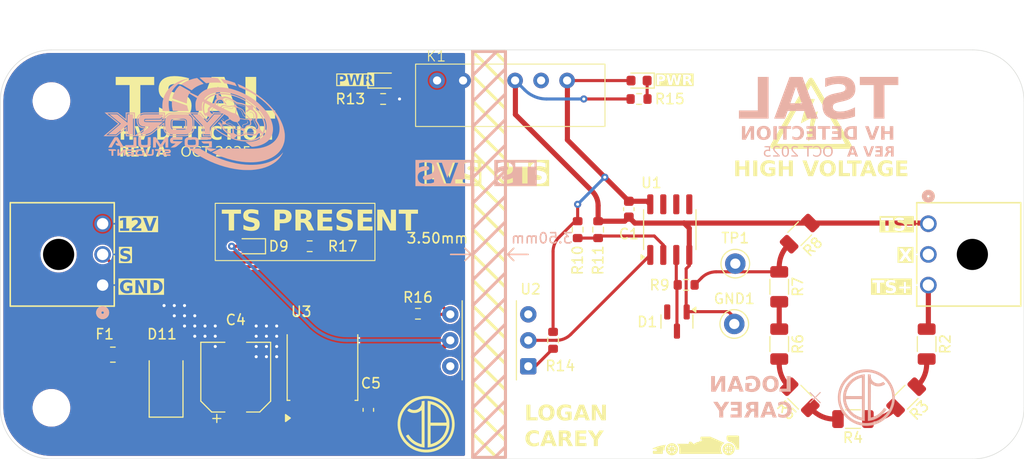
<source format=kicad_pcb>
(kicad_pcb (version 20241229) (generator "pcbnew") (generator_version "9.0")
  (layers (0 "F.Cu" signal) (2 "B.Cu" signal) (5 "F.SilkS" user "F.Silkscreen") (7 "B.SilkS" user "B.Silkscreen") (1 "F.Mask" user) (3 "B.Mask" user) (25 "Edge.Cuts" user))
  (property "PCB_DATE" "OCT 2025")
  (property "REVISION" "A")
  (net 0 "")
  (net 1 "+12VA")
  (net 2 "HV-")
  (net 3 "GND")
  (net 4 "Net-(D11-K)")
  (net 5 "+5V")
  (net 7 "Net-(D1-K)")
  (net 8 "+12V")
  (net 9 "Net-(D7-K)")
  (net 10 "Net-(D11-A)")
  (net 11 "60V_Detect")
  (net 13 "HV+")
  (net 14 "Net-(R2-Pad2)")
  (net 15 "Net-(R3-Pad2)")
  (net 16 "Net-(R4-Pad2)")
  (net 17 "Net-(R5-Pad2)")
  (net 18 "Net-(R6-Pad1)")
  (net 19 "Net-(R7-Pad1)")
  (net 20 "Net-(U1A--)")
  (net 21 "Net-(R14-Pad1)")
  (net 22 "Net-(U1-Pad1)")
  (net 26 "Net-(D8-K)")
  (net 27 "Net-(D9-K)")
  (footprint "MyLibrary:SPU01M-12" (layer "F.Cu") (at 173.75 50.37)
    (property "Reference" "K1")
    (property "Value" "SPU01M-12")
  )
  (footprint "Resistor_SMD:R_0603_1608Metric" (layer "F.Cu") (at 163.4 59.8)
    (property "Reference" "R13")
    (property "Value" "10k")
  )
  (footprint "Diode_SMD:D_SMA" (layer "F.Cu") (at 142.2 87.4 90)
    (property "Reference" "D11")
    (property "Value" "SS34")
  )
  (footprint "LED_SMD:LED_0603_1608Metric" (layer "F.Cu") (at 188.4 58 180)
    (property "Reference" "D8" (hide yes))
    (property "Value" "LED_Small")
  )
  (footprint "Resistor_SMD:R_1206_3216Metric" (layer "F.Cu") (at 202.091044 78.165856 -90)
    (property "Reference" "R7")
    (property "Value" "750K")
  )
  (footprint "Resistor_SMD:R_1206_3216Metric" (layer "F.Cu") (at 202.091044 83.765856 -90)
    (property "Reference" "R6")
    (property "Value" "750K")
  )
  (footprint "Package_TO_SOT_SMD:SOT-23" (layer "F.Cu") (at 192.1 81.562499 -90)
    (property "Reference" "D1")
    (property "Value" "BZX84Cxx")
  )
  (footprint "TestPoint:TestPoint_Keystone_5000-5004_Miniature" (layer "F.Cu") (at 197.8 75.9)
    (property "Reference" "TP1")
    (property "Value" "TestPoint")
  )
  (footprint "Resistor_SMD:R_0603_1608Metric" (layer "F.Cu") (at 180 83.4 90)
    (property "Reference" "R14")
    (property "Value" "1k")
  )
  (footprint "MountingHole:MountingHole_3.2mm_M3" (layer "F.Cu") (at 131 60)
    (property "Reference" "H1" (hide yes))
    (property "Value" "MountingHole")
  )
  (footprint "Resistor_SMD:R_1206_3216Metric" (layer "F.Cu") (at 214.491044 88.965856 -135)
    (property "Reference" "R3")
    (property "Value" "750K")
  )
  (footprint "Resistor_SMD:R_0603_1608Metric" (layer "F.Cu") (at 192.999999 77.975 180)
    (property "Reference" "R9")
    (property "Value" "4.8k")
  )
  (footprint "LED_SMD:LED_0603_1608Metric" (layer "F.Cu") (at 150.425 74.2 180)
    (property "Reference" "D9")
    (property "Value" "LED_Small")
  )
  (footprint "LOGO" (layer "F.Cu") (at 205.2 61.2)
    (property "Reference" "G***" (hide yes))
    (property "Value" "LOGO" (hide yes))
  )
  (footprint "LED_SMD:LED_0603_1608Metric" (layer "F.Cu") (at 163.4 58)
    (property "Reference" "D7" (hide yes))
    (property "Value" "LED_Small")
  )
  (footprint "Capacitor_SMD:C_0603_1608Metric" (layer "F.Cu") (at 187.399998 70.575 90)
    (property "Reference" "C1")
    (property "Value" "1u")
  )
  (footprint "Resistor_SMD:R_0603_1608Metric" (layer "F.Cu") (at 188.4 59.8 180)
    (property "Reference" "R15")
    (property "Value" "10k")
  )
  (footprint "Resistor_SMD:R_0603_1608Metric" (layer "F.Cu") (at 184.4 72.575 90)
    (property "Reference" "R11")
    (property "Value" "R")
  )
  (footprint "MyLibrary:MolexMicrofitPlus1x3" (layer "F.Cu") (at 136 78 -90)
    (property "Reference" "J3" (hide yes))
    (property "Value" "Conn_01x03_Socket")
  )
  (footprint "Capacitor_SMD:CP_Elec_6.3x5.4" (layer "F.Cu") (at 149 87 90)
    (property "Reference" "C4")
    (property "Value" "10u")
  )
  (footprint "Resistor_SMD:R_0805_2012Metric" (layer "F.Cu") (at 137 84.8)
    (property "Reference" "F1")
    (property "Value" "Polyfuse")
  )
  (footprint "Resistor_SMD:R_0603_1608Metric" (layer "F.Cu") (at 182.4 72.575 -90)
    (property "Reference" "R10")
    (property "Value" "R")
  )
  (footprint "Package_SO:SOIC-8_3.9x4.9mm_P1.27mm" (layer "F.Cu") (at 191.399999 72.575 90)
    (property "Reference" "U1")
    (property "Value" "LM393")
  )
  (footprint "Resistor_SMD:R_0603_1608Metric" (layer "F.Cu") (at 156.225 74.2)
    (property "Reference" "R17")
    (property "Value" "10k")
  )
  (footprint "Resistor_SMD:R_1206_3216Metric" (layer "F.Cu") (at 216.491044 83.765856 -90)
    (property "Reference" "R2")
    (property "Value" "750K")
  )
  (footprint "Resistor_SMD:R_1206_3216Metric" (layer "F.Cu") (at 204.091044 88.965856 135)
    (property "Reference" "R5")
    (property "Value" "750K")
  )
  (footprint "MyLibrary:Logo" (layer "F.Cu") (at 167.6 91.6)
    (property "Reference" "G***" (hide yes))
    (property "Value" "LOGO" (hide yes))
  )
  (footprint "TestPoint:TestPoint_Keystone_5000-5004_Miniature" (layer "F.Cu") (at 197.7 81.8)
    (property "Reference" "GND1")
    (property "Value" "TestPoint")
  )
  (footprint "MyLibrary:MolexMicrofitPlus1x3" (layer "F.Cu") (at 216.6569 72 90)
    (property "Reference" "J4" (hide yes))
    (property "Value" "Conn_01x03_Socket")
  )
  (footprint "MountingHole:MountingHole_3.2mm_M3" (layer "F.Cu") (at 131 90)
    (property "Reference" "H2" (hide yes))
    (property "Value" "MountingHole")
  )
  (footprint "Resistor_SMD:R_1206_3216Metric" (layer "F.Cu") (at 209.291044 91.1 180)
    (property "Reference" "R4")
    (property "Value" "750K")
  )
  (footprint "MountingHole:MountingHole_3.2mm_M3" (layer "F.Cu") (at 221 90)
    (property "Reference" "H4" (hide yes))
    (property "Value" "MountingHole")
  )
  (footprint "Package_DIP:DIP-6_W7.62mm" (layer "F.Cu") (at 177.58 85.94 180)
    (property "Reference" "U2")
    (property "Value" "4N35")
  )
  (footprint "Resistor_SMD:R_1206_3216Metric" (layer "F.Cu") (at 204.091044 72.965856 -135)
    (property "Reference" "R8")
    (property "Value" "110k")
  )
  (footprint "Resistor_SMD:R_0603_1608Metric" (layer "F.Cu") (at 166.8 80.8 180)
    (property "Reference" "R16")
    (property "Value" "10k")
  )
  (footprint "Package_TO_SOT_SMD:TO-252-2" (layer "F.Cu") (at 157.475 85.96 90)
    (property "Reference" "U3")
    (property "Value" "TPS7B88-Q1")
  )
  (footprint "Capacitor_SMD:C_0603_1608Metric" (layer "F.Cu") (at 161.954999 90.2 90)
    (property "Reference" "C5")
    (property "Value" "1u")
  )
  (footprint "MountingHole:MountingHole_3.2mm_M3" (layer "F.Cu") (at 221 60)
    (property "Reference" "H3" (hide yes))
    (property "Value" "MountingHole")
  )
  (footprint "LOGO" (layer "B.Cu") (at 145 62.2 180)
    (property "Reference" "G***" (hide yes))
    (property "Value" "LOGO" (hide yes))
  )
  (footprint "MyLibrary:Logo" (layer "B.Cu") (at 210.6 89 180)
    (property "Reference" "G***" (hide yes))
    (property "Value" "LOGO" (hide yes))
  )
  (gr_line (start 172.15 65.002322) (end 175.35 68.197678) (stroke (width 0.3)) (layer "F.SilkS"))
  (gr_line (start 172.15 77.502322) (end 175.35 80.697678) (stroke (width 0.3)) (layer "F.SilkS"))
  (gr_line (start 172.1 84.998294) (end 175.3 88.19365) (stroke (width 0.3)) (layer "F.SilkS"))
  (gr_poly (pts (xy 197.175547 93.460793) (xy 197.205465 93.463065) (xy 197.234946 93.466806) (xy 197.263955 93.47198) (xy 197.292453 93.47855) (xy 197.320405 93.486478) (xy 197.347773 93.495729) (xy 197.37452 93.506264) (xy 197.40061 93.518048) (xy 197.426005 93.531042) (xy 197.450668 93.545211) (xy 197.474564 93.560518) (xy 197.497654 93.576925) (xy 197.519901 93.594396) (xy 197.54127 93.612894) (xy 197.561722 93.632381) (xy 197.581222 93.652822) (xy 197.599732 93.674178) (xy 197.617214 93.696414) (xy 197.633633 93.719492) (xy 197.648952 93.743376) (xy 197.663133 93.768028) (xy 197.676139 93.793412) (xy 197.687933 93.81949) (xy 197.69848 93.846226) (xy 197.707741 93.873584) (xy 197.71568 93.901525) (xy 197.722259 93.930013) (xy 197.727443 93.959012) (xy 197.731193 93.988484) (xy 197.733474 94.018393) (xy 197.734248 94.048701) (xy 197.734205 94.055027) (xy 197.734078 94.061338) (xy 197.733872 94.067635) (xy 197.733594 94.073919) (xy 197.732837 94.086451) (xy 197.731847 94.098943) (xy 197.728777 94.127025) (xy 197.724411 94.154695) (xy 197.71878 94.181922) (xy 197.711916 94.208675) (xy 197.703849 94.234921) (xy 197.69461 94.260629) (xy 197.684232 94.285769) (xy 197.672744 94.310308) (xy 197.660179 94.334215) (xy 197.646566 94.357458) (xy 197.631939 94.380007) (xy 197.616327 94.401829) (xy 197.599762 94.422894) (xy 197.582275 94.443169) (xy 197.563897 94.462623) (xy 197.54466 94.481226) (xy 197.524594 94.498944) (xy 197.503732 94.515748) (xy 197.482103 94.531604) (xy 197.459739 94.546483) (xy 197.436671 94.560352) (xy 197.412931 94.573181) (xy 197.38855 94.584937) (xy 197.363558 94.595589) (xy 197.337988 94.605105) (xy 197.31187 94.613455) (xy 197.285235 94.620607) (xy 197.258114 94.626529) (xy 197.23054 94.631189) (xy 197.202542 94.634557) (xy 197.174152 94.636601) (xy 197.145402 94.637289) (xy 197.117445 94.636637) (xy 197.089826 94.634699) (xy 197.062575 94.631504) (xy 197.03572 94.627081) (xy 197.009289 94.62146) (xy 196.983313 94.614669) (xy 196.957819 94.606738) (xy 196.932837 94.597695) (xy 196.908396 94.587569) (xy 196.884524 94.57639) (xy 196.86125 94.564186) (xy 196.838604 94.550986) (xy 196.816613 94.536821) (xy 196.795308 94.521717) (xy 196.774716 94.505705) (xy 196.754868 94.488813) (xy 196.735791 94.471071) (xy 196.717514 94.452508) (xy 196.700067 94.433152) (xy 196.683478 94.413032) (xy 196.667776 94.392178) (xy 196.65299 94.370619) (xy 196.63915 94.348383) (xy 196.63653 94.343724) (xy 196.923686 94.343724) (xy 196.932957 94.350483) (xy 196.942439 94.356961) (xy 196.952127 94.363153) (xy 196.962016 94.36905) (xy 196.972099 94.374646) (xy 196.982372 94.379935) (xy 196.992829 94.384909) (xy 197.003464 94.389561) (xy 197.014272 94.393885) (xy 197.025248 94.397873) (xy 197.036385 94.401519) (xy 197.047678 94.404816) (xy 197.059122 94.407756) (xy 197.070711 94.410334) (xy 197.08244 94.412541) (xy 197.094303 94.414372) (xy 197.094389 94.414372) (xy 197.094389 94.244611) (xy 197.196244 94.244611) (xy 197.196244 94.414372) (xy 197.208153 94.412543) (xy 197.219922 94.410341) (xy 197.231546 94.407771) (xy 197.243021 94.40484) (xy 197.254342 94.401554) (xy 197.265504 94.397919) (xy 197.276501 94.393941) (xy 197.28733 94.389626) (xy 197.297985 94.38498) (xy 197.308461 94.380011) (xy 197.318754 94.374723) (xy 197.328858 94.369122) (xy 197.338769 94.363216) (xy 197.348481 94.357011) (xy 197.35799 94.350511) (xy 197.367291 94.343724) (xy 197.247601 94.223692) (xy 197.241537 94.227073) (xy 197.235369 94.230216) (xy 197.229098 94.233129) (xy 197.222727 94.235823) (xy 197.216254 94.238309) (xy 197.209682 94.240595) (xy 197.203012 94.242693) (xy 197.196244 94.244611) (xy 197.094389 94.244611) (xy 197.087696 94.242746) (xy 197.081065 94.240685) (xy 197.074511 94.238425) (xy 197.068046 94.235963) (xy 197.061687 94.233295) (xy 197.055446 94.23042) (xy 197.049337 94.227334) (xy 197.043376 94.224034) (xy 196.923686 94.343724) (xy 196.63653 94.343724) (xy 196.626283 94.3255) (xy 196.614419 94.301998) (xy 196.603586 94.277907) (xy 196.593814 94.253255) (xy 196.585132 94.228072) (xy 196.577567 94.202387) (xy 196.57115 94.176228) (xy 196.565909 94.149625) (xy 196.561872 94.122607) (xy 196.560709 94.11352) (xy 196.559668 94.104392) (xy 196.559289 94.100572) (xy 196.779389 94.100572) (xy 196.781267 94.112486) (xy 196.78352 94.124271) (xy 196.786142 94.135921) (xy 196.789127 94.147428) (xy 196.792468 94.158786) (xy 196.796159 94.16999) (xy 196.800193 94.181031) (xy 196.804564 94.191904) (xy 196.809265 94.202603) (xy 196.814291 94.21312) (xy 196.819634 94.223449) (xy 196.825289 94.233583) (xy 196.831249 94.243517) (xy 196.837507 94.253244) (xy 196.844058 94.262756) (xy 196.850894 94.272048) (xy 196.971269 94.151843) (xy 196.971171 94.151672) (xy 197.319621 94.151672) (xy 197.440339 94.27239) (xy 197.447161 94.263095) (xy 197.453671 94.253572) (xy 197.459866 94.243828) (xy 197.465744 94.233873) (xy 197.471303 94.223712) (xy 197.47654 94.213354) (xy 197.481452 94.202806) (xy 197.486037 94.192076) (xy 197.490293 94.181171) (xy 197.494217 94.170098) (xy 197.497806 94.158866) (xy 197.501058 94.147481) (xy 197.50397 94.135952) (xy 197.50654 94.124286) (xy 197.508765 94.11249) (xy 197.510644 94.100572) (xy 197.34157 94.100572) (xy 197.340619 94.103995) (xy 197.3396 94.107385) (xy 197.338516 94.110742) (xy 197.337369 94.114066) (xy 197.334896 94.120621) (xy 197.332203 94.127054) (xy 197.329309 94.133371) (xy 197.326234 94.139576) (xy 197.322998 94.145675) (xy 197.319621 94.151672) (xy 196.971171 94.151672) (xy 196.967816 94.145807) (xy 196.964592 94.139661) (xy 196.961594 94.133406) (xy 196.958816 94.127044) (xy 196.956255 94.120578) (xy 196.953908 94.114009) (xy 196.951769 94.10734) (xy 196.949835 94.100572) (xy 196.779389 94.100572) (xy 196.559289 94.100572) (xy 196.558759 94.095221) (xy 196.557993 94.086008) (xy 196.55738 94.07675) (xy 196.556929 94.067447) (xy 196.556652 94.058098) (xy 196.556557 94.048701) (xy 196.557323 94.018386) (xy 196.558825 93.998631) (xy 196.779818 93.998631) (xy 196.949235 93.998631) (xy 196.951098 93.991795) (xy 196.95321 93.985052) (xy 196.955561 93.978405) (xy 196.958141 93.971859) (xy 196.960943 93.965417) (xy 196.963957 93.959084) (xy 196.967173 93.952864) (xy 196.970536 93.946845) (xy 197.320221 93.946845) (xy 197.323624 93.952921) (xy 197.326823 93.959122) (xy 197.329812 93.965443) (xy 197.332589 93.97188) (xy 197.335148 93.978431) (xy 197.337487 93.985089) (xy 197.3396 93.991853) (xy 197.341484 93.998716) (xy 197.341484 93.998802) (xy 197.51073 93.998802) (xy 197.508921 93.986815) (xy 197.506745 93.974972) (xy 197.504206 93.963276) (xy 197.501309 93.951733) (xy 197.498059 93.940348) (xy 197.494459 93.929124) (xy 197.490515 93.918067) (xy 197.48623 93.907181) (xy 197.48161 93.89647) (xy 197.476659 93.885941) (xy 197.471382 93.875596) (xy 197.465782 93.865441) (xy 197.459865 93.855481) (xy 197.453635 93.845719) (xy 197.447096 93.836162) (xy 197.440254 93.826812) (xy 197.320221 93.946845) (xy 196.970536 93.946845) (xy 196.970584 93.94676) (xy 196.850466 93.826727) (xy 196.843637 93.83609) (xy 196.837109 93.845658) (xy 196.830885 93.855426) (xy 196.82497 93.86539) (xy 196.81937 93.875546) (xy 196.814088 93.885888) (xy 196.80913 93.896413) (xy 196.804499 93.907116) (xy 196.800201 93.917993) (xy 196.796241 93.92904) (xy 196.792622 93.940251) (xy 196.789349 93.951624) (xy 196.786428 93.963152) (xy 196.783863 93.974832) (xy 196.781658 93.98666) (xy 196.779818 93.998631) (xy 196.558825 93.998631) (xy 196.559598 93.98847) (xy 196.563344 93.958992) (xy 196.568524 93.929989) (xy 196.5751 93.901496) (xy 196.583037 93.873552) (xy 196.592297 93.846192) (xy 196.602842 93.819454) (xy 196.614636 93.793374) (xy 196.627641 93.76799) (xy 196.63533 93.754621) (xy 196.922656 93.754621) (xy 197.042346 93.874483) (xy 197.04845 93.87104) (xy 197.054672 93.867788) (xy 197.061009 93.864736) (xy 197.067457 93.86189) (xy 197.074013 93.859256) (xy 197.080675 93.856843) (xy 197.087439 93.854657) (xy 197.094303 93.852705) (xy 197.094303 93.852791) (xy 197.094474 93.852791) (xy 197.094474 93.683459) (xy 197.196244 93.683459) (xy 197.196415 93.852705) (xy 197.203315 93.854657) (xy 197.21012 93.856843) (xy 197.216825 93.859257) (xy 197.223423 93.86189) (xy 197.229908 93.864736) (xy 197.236275 93.867788) (xy 197.242518 93.87104) (xy 197.24863 93.874483) (xy 197.36832 93.754707) (xy 197.358984 93.747816) (xy 197.349437 93.74123) (xy 197.339683 93.734951) (xy 197.329726 93.728986) (xy 197.319571 93.723338) (xy 197.309225 93.718012) (xy 197.29869 93.713013) (xy 197.287973 93.708345) (xy 197.277078 93.704012) (xy 197.26601 93.700019) (xy 197.254774 93.696371) (xy 197.243375 93.693073) (xy 197.231817 93.690128) (xy 197.220106 93.687541) (xy 197.208247 93.685316) (xy 197.196244 93.683459) (xy 197.094474 93.683459) (xy 197.082514 93.685315) (xy 197.07069 93.687537) (xy 197.059006 93.69012) (xy 197.047468 93.693059) (xy 197.036084 93.696352) (xy 197.024858 93.699992) (xy 197.013797 93.703977) (xy 197.002906 93.708302) (xy 196.992193 93.712962) (xy 196.981662 93.717954) (xy 196.97132 93.723272) (xy 196.961174 93.728914) (xy 196.951228 93.734874) (xy 196.941489 93.741148) (xy 196.931963 93.747732) (xy 196.922656 93.754621) (xy 196.63533 93.754621) (xy 196.641821 93.743338) (xy 196.657138 93.719455) (xy 196.673556 93.696377) (xy 196.691036 93.674143) (xy 196.709543 93.652788) (xy 196.729039 93.632349) (xy 196.749487 93.612864) (xy 196.77085 93.594368) (xy 196.793091 93.5769) (xy 196.816172 93.560495) (xy 196.840058 93.545192) (xy 196.864709 93.531025) (xy 196.89009 93.518033) (xy 196.916164 93.506252) (xy 196.942893 93.495719) (xy 196.97024 93.486471) (xy 196.998169 93.478544) (xy 197.026641 93.471977) (xy 197.055621 93.466804) (xy 197.08507 93.463064) (xy 197.114952 93.460793) (xy 197.145231 93.460027)) (stroke (width -0.000001)) (fill yes) (layer "F.SilkS"))
  (gr_line (start 172.2 57.6) (end 175.296825 60.696825) (stroke (width 0.3)) (layer "F.SilkS"))
  (gr_line (start 175.55 75) (end 177.55 75) (stroke (width 0.15)) (layer "F.SilkS"))
  (gr_poly (pts (xy 191.633981 93.460793) (xy 191.663892 93.463065) (xy 191.693369 93.466806) (xy 191.722374 93.47198) (xy 191.750871 93.47855) (xy 191.778821 93.486478) (xy 191.806189 93.495729) (xy 191.832936 93.506264) (xy 191.859027 93.518048) (xy 191.884425 93.531042) (xy 191.909091 93.545211) (xy 191.932989 93.560518) (xy 191.956083 93.576925) (xy 191.978334 93.594396) (xy 191.999707 93.612894) (xy 192.020163 93.632381) (xy 192.039667 93.652822) (xy 192.05818 93.674178) (xy 192.075667 93.696414) (xy 192.092089 93.719492) (xy 192.107411 93.743376) (xy 192.121594 93.768028) (xy 192.134602 93.793412) (xy 192.146398 93.81949) (xy 192.156945 93.846226) (xy 192.166206 93.873584) (xy 192.174144 93.901525) (xy 192.180721 93.930013) (xy 192.185901 93.959012) (xy 192.189647 93.988484) (xy 192.191922 94.018393) (xy 192.192689 94.048701) (xy 192.192638 94.055027) (xy 192.192492 94.061338) (xy 192.192259 94.067635) (xy 192.191949 94.073919) (xy 192.191133 94.086451) (xy 192.190116 94.098943) (xy 192.187054 94.127025) (xy 192.182696 94.154695) (xy 192.177072 94.181922) (xy 192.170214 94.208675) (xy 192.162153 94.234921) (xy 192.15292 94.260629) (xy 192.142546 94.285769) (xy 192.131063 94.310308) (xy 192.118502 94.334215) (xy 192.104894 94.357458) (xy 192.09027 94.380007) (xy 192.074662 94.401829) (xy 192.0581 94.422894) (xy 192.040615 94.443169) (xy 192.02224 94.462623) (xy 192.003005 94.481226) (xy 191.982941 94.498944) (xy 191.96208 94.515748) (xy 191.940452 94.531604) (xy 191.91809 94.546483) (xy 191.895023 94.560352) (xy 191.871284 94.573181) (xy 191.846904 94.584937) (xy 191.821913 94.595589) (xy 191.796343 94.605105) (xy 191.770225 94.613455) (xy 191.74359 94.620607) (xy 191.71647 94.626529) (xy 191.688895 94.631189) (xy 191.660897 94.634557) (xy 191.632508 94.636601) (xy 191.603757 94.637289) (xy 191.575801 94.636637) (xy 191.548183 94.634699) (xy 191.520933 94.631504) (xy 191.494079 94.627081) (xy 191.46765 94.62146) (xy 191.441676 94.614669) (xy 191.416185 94.606738) (xy 191.391206 94.597695) (xy 191.366768 94.587569) (xy 191.342899 94.57639) (xy 191.319629 94.564186) (xy 191.296986 94.550986) (xy 191.275 94.536821) (xy 191.253698 94.521717) (xy 191.233111 94.505705) (xy 191.213266 94.488813) (xy 191.194193 94.471071) (xy 191.17592 94.452508) (xy 191.158477 94.433152) (xy 191.141892 94.413032) (xy 191.126194 94.392178) (xy 191.111412 94.370619) (xy 191.097574 94.348383) (xy 191.094955 94.343724) (xy 191.382126 94.343724) (xy 191.391411 94.350483) (xy 191.400904 94.356961) (xy 191.410599 94.363153) (xy 191.420492 94.36905) (xy 191.430578 94.374646) (xy 191.44085 94.379935) (xy 191.451305 94.384909) (xy 191.461937 94.389561) (xy 191.47274 94.393885) (xy 191.483711 94.397873) (xy 191.494842 94.401519) (xy 191.50613 94.404816) (xy 191.51757 94.407756) (xy 191.529155 94.410334) (xy 191.540881 94.412541) (xy 191.552744 94.414372) (xy 191.552744 94.244611) (xy 191.654686 94.244611) (xy 191.654686 94.414372) (xy 191.666593 94.412543) (xy 191.678359 94.410341) (xy 191.689978 94.407771) (xy 191.701447 94.40484) (xy 191.71276 94.401554) (xy 191.723913 94.397919) (xy 191.7349 94.393941) (xy 191.745717 94.389626) (xy 191.75636 94.38498) (xy 191.766822 94.380011) (xy 191.777101 94.374723) (xy 191.78719 94.369122) (xy 191.797086 94.363216) (xy 191.806782 94.357011) (xy 191.816275 94.350511) (xy 191.82556 94.343724) (xy 191.705957 94.223692) (xy 191.69992 94.227073) (xy 191.693774 94.230216) (xy 191.687519 94.233129) (xy 191.681157 94.235823) (xy 191.674691 94.238309) (xy 191.668122 94.240595) (xy 191.661453 94.242693) (xy 191.654686 94.244611) (xy 191.552744 94.244611) (xy 191.552744 94.24444) (xy 191.54605 94.242603) (xy 191.539421 94.240562) (xy 191.532869 94.238314) (xy 191.526411 94.235856) (xy 191.520062 94.233184) (xy 191.513836 94.230297) (xy 191.507749 94.227191) (xy 191.504762 94.225555) (xy 191.501815 94.223863) (xy 191.382126 94.343724) (xy 191.094955 94.343724) (xy 191.084711 94.3255) (xy 191.072849 94.301998) (xy 191.062019 94.277907) (xy 191.05225 94.253255) (xy 191.043569 94.228072) (xy 191.036006 94.202387) (xy 191.02959 94.176228) (xy 191.02435 94.149625) (xy 191.020314 94.122607) (xy 191.01915 94.11352) (xy 191.018109 94.104392) (xy 191.01773 94.100572) (xy 191.23783 94.100572) (xy 191.239708 94.112486) (xy 191.241961 94.124271) (xy 191.244583 94.135921) (xy 191.247568 94.147428) (xy 191.250909 94.158786) (xy 191.254599 94.16999) (xy 191.258633 94.181031) (xy 191.263004 94.191904) (xy 191.267706 94.202603) (xy 191.272732 94.21312) (xy 191.278075 94.223449) (xy 191.28373 94.233583) (xy 191.28969 94.243517) (xy 191.295948 94.253244) (xy 191.302499 94.262756) (xy 191.309335 94.272048) (xy 191.42971 94.151843) (xy 191.429612 94.151672) (xy 191.778062 94.151672) (xy 191.898695 94.27239) (xy 191.905532 94.263095) (xy 191.912058 94.253572) (xy 191.918268 94.243828) (xy 191.92416 94.233873) (xy 191.929731 94.223712) (xy 191.934978 94.213354) (xy 191.939899 94.202806) (xy 191.944489 94.192076) (xy 191.948747 94.181171) (xy 191.95267 94.170098) (xy 191.956254 94.158866) (xy 191.959497 94.147481) (xy 191.962396 94.135952) (xy 191.964948 94.124286) (xy 191.96715 94.11249) (xy 191.968999 94.100572) (xy 191.799925 94.100572) (xy 191.798975 94.103995) (xy 191.797959 94.107385) (xy 191.796879 94.110742) (xy 191.795737 94.114066) (xy 191.793279 94.120621) (xy 191.790601 94.127054) (xy 191.787722 94.133371) (xy 191.784661 94.139576) (xy 191.781435 94.145675) (xy 191.778062 94.151672) (xy 191.429612 94.151672) (xy 191.426257 94.145807) (xy 191.423034 94.139661) (xy 191.420035 94.133406) (xy 191.417257 94.127044) (xy 191.414696 94.120578) (xy 191.412349 94.114009) (xy 191.41021 94.10734) (xy 191.408276 94.100572) (xy 191.23783 94.100572) (xy 191.01773 94.100572) (xy 191.0172 94.095221) (xy 191.016434 94.086008) (xy 191.015821 94.07675) (xy 191.01537 94.067447) (xy 191.015093 94.058098) (xy 191.014998 94.048701) (xy 191.015764 94.018386) (xy 191.017266 93.998631) (xy 191.238344 93.998631) (xy 191.407676 93.998631) (xy 191.408562 93.995201) (xy 191.409514 93.991795) (xy 191.410532 93.988412) (xy 191.411614 93.985052) (xy 191.413963 93.978405) (xy 191.41655 93.971859) (xy 191.419361 93.965417) (xy 191.422385 93.959084) (xy 191.42561 93.952864) (xy 191.428977 93.946845) (xy 191.778748 93.946845) (xy 191.78213 93.952921) (xy 191.785324 93.959122) (xy 191.788319 93.965443) (xy 191.791105 93.97188) (xy 191.793669 93.978431) (xy 191.796001 93.985089) (xy 191.79809 93.991853) (xy 191.799925 93.998716) (xy 191.799925 93.998802) (xy 191.969342 93.998802) (xy 191.967518 93.986815) (xy 191.965329 93.974972) (xy 191.962779 93.963276) (xy 191.959872 93.951733) (xy 191.956613 93.940348) (xy 191.953007 93.929124) (xy 191.949057 93.918067) (xy 191.944768 93.907181) (xy 191.940144 93.89647) (xy 191.93519 93.885941) (xy 191.929911 93.875596) (xy 191.92431 93.865441) (xy 191.918392 93.855481) (xy 191.912162 93.845719) (xy 191.905623 93.836162) (xy 191.89878 93.826812) (xy 191.778748 93.946845) (xy 191.428977 93.946845) (xy 191.429024 93.94676) (xy 191.30882 93.826727) (xy 191.302007 93.83609) (xy 191.295492 93.845658) (xy 191.28928 93.855426) (xy 191.283376 93.86539) (xy 191.277786 93.875546) (xy 191.272513 93.885888) (xy 191.267563 93.896413) (xy 191.26294 93.907116) (xy 191.25865 93.917993) (xy 191.254698 93.92904) (xy 191.251088 93.940251) (xy 191.247825 93.951624) (xy 191.244914 93.963152) (xy 191.242361 93.974832) (xy 191.240169 93.98666) (xy 191.238344 93.998631) (xy 191.017266 93.998631) (xy 191.018039 93.98847) (xy 191.021785 93.958992) (xy 191.026965 93.929989) (xy 191.033541 93.901496) (xy 191.041478 93.873552) (xy 191.050738 93.846192) (xy 191.061283 93.819454) (xy 191.073077 93.793374) (xy 191.086082 93.76799) (xy 191.093771 93.754621) (xy 191.381097 93.754621) (xy 191.500787 93.874483) (xy 191.506919 93.87104) (xy 191.513161 93.867788) (xy 191.519509 93.864736) (xy 191.525961 93.86189) (xy 191.532514 93.859256) (xy 191.539163 93.856843) (xy 191.545908 93.854657) (xy 191.552744 93.852705) (xy 191.552829 93.683459) (xy 191.654686 93.683459) (xy 191.654771 93.852705) (xy 191.661671 93.854657) (xy 191.668476 93.856843) (xy 191.675181 93.859257) (xy 191.681779 93.86189) (xy 191.688264 93.864736) (xy 191.694631 93.867788) (xy 191.700874 93.87104) (xy 191.706985 93.874483) (xy 191.826761 93.754707) (xy 191.817426 93.747816) (xy 191.807878 93.74123) (xy 191.798124 93.734951) (xy 191.788167 93.728986) (xy 191.778012 93.723338) (xy 191.767666 93.718012) (xy 191.757131 93.713013) (xy 191.746414 93.708345) (xy 191.735519 93.704012) (xy 191.724451 93.700019) (xy 191.713215 93.696371) (xy 191.701816 93.693073) (xy 191.690258 93.690128) (xy 191.678548 93.687541) (xy 191.666688 93.685316) (xy 191.654686 93.683459) (xy 191.552829 93.683459) (xy 191.540886 93.685315) (xy 191.529077 93.687537) (xy 191.517408 93.69012) (xy 191.505885 93.693059) (xy 191.494514 93.696352) (xy 191.4833 93.699992) (xy 191.47225 93.703977) (xy 191.461369 93.708302) (xy 191.450662 93.712962) (xy 191.440136 93.717954) (xy 191.429797 93.723272) (xy 191.419649 93.728914) (xy 191.4097 93.734874) (xy 191.399954 93.741148) (xy 191.390418 93.747732) (xy 191.381097 93.754621) (xy 191.093771 93.754621) (xy 191.100262 93.743338) (xy 191.115579 93.719455) (xy 191.131997 93.696377) (xy 191.149477 93.674143) (xy 191.167984 93.652788) (xy 191.18748 93.632349) (xy 191.207928 93.612864) (xy 191.229291 93.594368) (xy 191.251532 93.5769) (xy 191.274614 93.560495) (xy 191.298499 93.545192) (xy 191.32315 93.531025) (xy 191.348532 93.518033) (xy 191.374605 93.506252) (xy 191.401334 93.495719) (xy 191.428681 93.486471) (xy 191.45661 93.478544) (xy 191.485082 93.471977) (xy 191.514062 93.466804) (xy 191.543511 93.463064) (xy 191.573394 93.460793) (xy 191.603672 93.460027)) (stroke (width -0.000001)) (fill yes) (layer "F.SilkS"))
  (gr_line (start 172.15 67.502322) (end 175.35 70.697678) (stroke (width 0.3)) (layer "F.SilkS"))
  (gr_line (start 172.15 80.002322) (end 175.35 83.197678) (stroke (width 0.3)) (layer "F.SilkS"))
  (gr_line (start 175.55 75) (end 176.15 75.6) (stroke (width 0.15)) (layer "F.SilkS"))
  (gr_line (start 175.55 75) (end 176.15 74.4) (stroke (width 0.15)) (layer "F.SilkS"))
  (gr_line (start 172.15 62.502322) (end 175.35 65.697678) (stroke (width 0.3)) (layer "F.SilkS"))
  (gr_line (start 172 75) (end 171.4 75.6) (stroke (width 0.15)) (layer "F.SilkS"))
  (gr_line (start 172.15 60.002322) (end 175.35 63.197678) (stroke (width 0.3)) (layer "F.SilkS"))
  (gr_line (start 172.15 55.15) (end 175.320731 58.320731) (stroke (width 0.3)) (layer "F.SilkS"))
  (gr_line (start 172 75) (end 170 75) (stroke (width 0.15)) (layer "F.SilkS"))
  (gr_line (start 172.15 75.002322) (end 175.35 78.197678) (stroke (width 0.3)) (layer "F.SilkS"))
  (gr_line (start 172.15 82.502322) (end 175.35 85.697678) (stroke (width 0.3)) (layer "F.SilkS"))
  (gr_line (start 172.15 90.002322) (end 175.35 93.197678) (stroke (width 0.3)) (layer "F.SilkS"))
  (gr_line (start 174.300799 55.15) (end 175.349238 56.198439) (stroke (width 0.3)) (layer "F.SilkS"))
  (gr_rect (start 147 70) (end 162.6 75.6) (stroke (width 0.1)) (fill no) (layer "F.SilkS"))
  (gr_line (start 172.15 92.502322) (end 174.499384 94.851706) (stroke (width 0.3)) (layer "F.SilkS"))
  (gr_line (start 172.15 70.002322) (end 175.35 73.197678) (stroke (width 0.3)) (layer "F.SilkS"))
  (gr_rect (start 172.15 55.15) (end 175.35 94.85) (stroke (width 0.1)) (fill no) (layer "F.SilkS"))
  (gr_poly (pts (xy 191.015686 93.63283) (xy 190.999443 93.656701) (xy 190.984131 93.681226) (xy 190.969777 93.706382) (xy 190.956409 93.732144) (xy 190.944057 93.758488) (xy 190.932747 93.78539) (xy 190.922508 93.812826) (xy 190.913369 93.840772) (xy 190.905357 93.869202) (xy 190.8985 93.898093) (xy 190.892827 93.927421) (xy 190.888366 93.957162) (xy 190.885144 93.98729) (xy 190.883191 94.017783) (xy 190.882533 94.048615) (xy 190.882634 94.059419) (xy 190.882934 94.070356) (xy 190.883433 94.081433) (xy 190.88413 94.092652) (xy 190.885024 94.104021) (xy 190.886114 94.115543) (xy 190.887399 94.127224) (xy 190.888878 94.139069) (xy 190.889161 94.141108) (xy 190.889487 94.143115) (xy 190.890218 94.147064) (xy 190.890964 94.150981) (xy 190.89131 94.152948) (xy 190.891622 94.15493) (xy 190.726834 94.15493) (xy 190.726834 94.442494) (xy 190.726753 94.445713) (xy 190.726512 94.44889) (xy 190.726115 94.45202) (xy 190.725566 94.4551) (xy 190.724868 94.458125) (xy 190.724027 94.461092) (xy 190.723045 94.463998) (xy 190.721927 94.466837) (xy 190.720676 94.469606) (xy 190.719297 94.472301) (xy 190.717793 94.474918) (xy 190.716168 94.477454) (xy 190.714427 94.479904) (xy 190.712572 94.482265) (xy 190.710609 94.484532) (xy 190.70854 94.486702) (xy 190.70637 94.488771) (xy 190.704103 94.490735) (xy 190.701742 94.492589) (xy 190.699292 94.494331) (xy 190.696756 94.495955) (xy 190.694138 94.497459) (xy 190.691443 94.498839) (xy 190.688674 94.500089) (xy 190.685835 94.501208) (xy 190.68293 94.502189) (xy 190.679963 94.503031) (xy 190.676937 94.503728) (xy 190.673858 94.504277) (xy 190.670727 94.504674) (xy 190.667551 94.504915) (xy 190.664331 94.504997) (xy 189.809614 94.504997) (xy 189.806395 94.504915) (xy 189.803219 94.504673) (xy 189.80009 94.504275) (xy 189.797012 94.503725) (xy 189.793988 94.503026) (xy 189.791023 94.502182) (xy 189.788121 94.501198) (xy 189.785285 94.500077) (xy 189.782519 94.498824) (xy 189.779827 94.497442) (xy 189.777213 94.495936) (xy 189.774681 94.494308) (xy 189.772234 94.492564) (xy 189.769878 94.490707) (xy 189.767614 94.488741) (xy 189.765448 94.48667) (xy 189.763384 94.484498) (xy 189.761424 94.482229) (xy 189.759574 94.479868) (xy 189.757836 94.477416) (xy 189.756215 94.47488) (xy 189.754714 94.472263) (xy 189.753338 94.469568) (xy 189.752091 94.4668) (xy 189.750976 94.463963) (xy 189.749996 94.461061) (xy 189.749157 94.458097) (xy 189.748462 94.455075) (xy 189.747914 94.452) (xy 189.747518 94.448876) (xy 189.747278 94.445706) (xy 189.747197 94.442494) (xy 189.747197 94.256272) (xy 189.747278 94.253053) (xy 189.747519 94.249877) (xy 189.747916 94.246748) (xy 189.748465 94.24367) (xy 189.749162 94.240646) (xy 189.750004 94.237681) (xy 189.750985 94.234779) (xy 189.752103 94.231943) (xy 189.753353 94.229177) (xy 189.754732 94.226485) (xy 189.756235 94.223871) (xy 189.757858 94.221339) (xy 189.759599 94.218892) (xy 189.761452 94.216536) (xy 189.763414 94.214272) (xy 189.765481 94.212106) (xy 189.767648 94.210042) (xy 189.769913 94.208082) (xy 189.772271 94.206231) (xy 189.774719 94.204494) (xy 189.777251 94.202873) (xy 189.779865 94.201372) (xy 189.782556 94.199996) (xy 189.785321 94.198749) (xy 189.788155 94.197633) (xy 189.791055 94.196654) (xy 189.794017 94.195815) (xy 189.797036 94.19512) (xy 189.80011 94.194572) (xy 189.803233 94.194176) (xy 189.806403 94.193936) (xy 189.809614 94.193855) (xy 190.15145 94.193855) (xy 190.150178 94.175216) (xy 190.146473 94.158286) (xy 190.140497 94.142971) (xy 190.13241 94.129179) (xy 190.122377 94.116817) (xy 190.110559 94.105792) (xy 190.097118 94.096011) (xy 190.082216 94.087381) (xy 190.066017 94.079809) (xy 190.048682 94.073202) (xy 190.030373 94.067467) (xy 190.011253 94.062512) (xy 189.971227 94.054568) (xy 189.929904 94.048626) (xy 189.848555 94.039776) (xy 189.811126 94.035381) (xy 189.777591 94.030014) (xy 189.749249 94.022933) (xy 189.73743 94.018518) (xy 189.727397 94.013395) (xy 189.719311 94.007471) (xy 189.713334 94.000654) (xy 189.709629 93.992851) (xy 189.708358 93.983969) (xy 189.774922 93.9492) (xy 189.844476 93.916145) (xy 189.916843 93.884762) (xy 189.991844 93.855008) (xy 190.069303 93.826841) (xy 190.149042 93.800219) (xy 190.314651 93.751438) (xy 190.487253 93.708329) (xy 190.66543 93.670552) (xy 190.847762 93.637768) (xy 191.032831 93.609639)) (stroke (width -0.000001)) (fill yes) (layer "F.SilkS"))
  (gr_poly (pts (xy 198.027579 92.701281) (xy 198.035472 92.701882) (xy 198.043251 92.70287) (xy 198.050906 92.704238) (xy 198.058426 92.705975) (xy 198.065804 92.70807) (xy 198.073027 92.710515) (xy 198.080088 92.7133) (xy 198.086975 92.716415) (xy 198.093679 92.71985) (xy 198.10019 92.723595) (xy 198.106498 92.727641) (xy 198.112594 92.731978) (xy 198.118468 92.736597) (xy 198.124109 92.741486) (xy 198.129508 92.746637) (xy 198.134656 92.752041) (xy 198.139541 92.757686) (xy 198.144155 92.763564) (xy 198.148487 92.769664) (xy 198.152528 92.775978) (xy 198.156268 92.782495) (xy 198.159697 92.789205) (xy 198.162805 92.796099) (xy 198.165582 92.803166) (xy 198.168019 92.810398) (xy 198.170106 92.817785) (xy 198.171832 92.825316) (xy 198.173188 92.832982) (xy 198.174165 92.840773) (xy 198.174751 92.84868) (xy 198.174938 92.856692) (xy 198.174938 94.077251) (xy 197.839533 94.077251) (xy 197.839941 94.070137) (xy 197.840422 94.062966) (xy 197.840642 94.059371) (xy 197.840823 94.055778) (xy 197.840945 94.052191) (xy 197.84099 94.048615) (xy 197.840105 94.012674) (xy 197.837475 93.977188) (xy 197.833144 93.942199) (xy 197.827153 93.907746) (xy 197.819543 93.873873) (xy 197.810357 93.840619) (xy 197.799637 93.808028) (xy 197.787423 93.776139) (xy 197.773759 93.744994) (xy 197.758685 93.714635) (xy 197.742243 93.685103) (xy 197.724476 93.65644) (xy 197.705425 93.628686) (xy 197.685132 93.601882) (xy 197.663638 93.576072) (xy 197.640986 93.551295) (xy 197.617217 93.527593) (xy 197.592373 93.505008) (xy 197.566496 93.48358) (xy 197.539628 93.463351) (xy 197.51181 93.444363) (xy 197.483084 93.426657) (xy 197.453492 93.410274) (xy 197.423076 93.395255) (xy 197.391878 93.381643) (xy 197.359938 93.369477) (xy 197.3273 93.3588) (xy 197.294005 93.349653) (xy 197.260095 93.342078) (xy 197.225611 93.336115) (xy 197.190596 93.331806) (xy 197.15509 93.329192) (xy 196.996047 93.170234) (xy 196.990731 93.164648) (xy 196.985721 93.15883) (xy 196.981021 93.152793) (xy 196.976635 93.146549) (xy 196.972571 93.140113) (xy 196.968832 93.133497) (xy 196.965424 93.126714) (xy 196.962352 93.119778) (xy 196.959622 93.112701) (xy 196.957239 93.105496) (xy 196.955208 93.098176) (xy 196.953535 93.090756) (xy 196.952224 93.083246) (xy 196.951281 93.075662) (xy 196.950711 93.068015) (xy 196.95052 93.060319) (xy 196.95052 92.856606) (xy 196.950723 92.848602) (xy 196.951323 92.840702) (xy 196.952312 92.832918) (xy 196.95368 92.825258) (xy 196.955416 92.817733) (xy 196.957512 92.810352) (xy 196.959957 92.803125) (xy 196.962742 92.796062) (xy 196.965857 92.789173) (xy 196.969292 92.782467) (xy 196.973037 92.775954) (xy 196.977083 92.769644) (xy 196.98142 92.763546) (xy 196.986038 92.757671) (xy 196.990928 92.752028) (xy 196.996079 92.746627) (xy 197.001483 92.741477) (xy 197.007128 92.736589) (xy 197.013006 92.731973) (xy 197.019107 92.727637) (xy 197.02542 92.723592) (xy 197.031937 92.719847) (xy 197.038647 92.716413) (xy 197.045541 92.713299) (xy 197.052608 92.710515) (xy 197.05984 92.70807) (xy 197.067227 92.705974) (xy 197.074758 92.704238) (xy 197.082424 92.70287) (xy 197.090215 92.701882) (xy 197.098122 92.701281) (xy 197.106134 92.701079) (xy 198.019582 92.701079)) (stroke (width -0.000001)) (fill yes) (layer "F.SilkS"))
  (gr_line (start 172.15 72.502322) (end 175.35 75.697678) (stroke (width 0.3)) (layer "F.SilkS"))
  (gr_line (start 172.15 87.502322) (end 175.35 90.697678) (stroke (width 0.3)) (layer "F.SilkS"))
  (gr_line (start 172 75) (end 171.4 74.4) (stroke (width 0.15)) (layer "F.SilkS"))
  (gr_rect (start 172.15 55.15) (end 175.35 94.85) (stroke (width 0.3)) (fill no) (layer "F.SilkS"))
  (gr_poly (pts (xy 196.747494 93.432163) (xy 196.709183 93.457026) (xy 196.672577 93.484188) (xy 196.637783 93.513547) (xy 196.604905 93.545001) (xy 196.574049 93.578447) (xy 196.545322 93.613784) (xy 196.518829 93.650908) (xy 196.494676 93.689718) (xy 196.472968 93.730111) (xy 196.453812 93.771986) (xy 196.437312 93.81524) (xy 196.423576 93.85977) (xy 196.412707 93.905475) (xy 196.404813 93.952253) (xy 196.4 94) (xy 196.398371 94.048615) (xy 196.398475 94.059419) (xy 196.398783 94.070359) (xy 196.399289 94.081442) (xy 196.39999 94.092674) (xy 196.400879 94.104062) (xy 196.401952 94.115615) (xy 196.403205 94.127338) (xy 196.404631 94.139239) (xy 196.408351 94.165089) (xy 196.412974 94.190607) (xy 196.418481 94.215778) (xy 196.424855 94.240589) (xy 196.432077 94.265026) (xy 196.44013 94.289073) (xy 196.448996 94.312717) (xy 196.458656 94.335943) (xy 196.469092 94.358737) (xy 196.480288 94.381085) (xy 196.492224 94.402972) (xy 196.504883 94.424384) (xy 196.518247 94.445306) (xy 196.532298 94.465726) (xy 196.547017 94.485627) (xy 196.562388 94.504996) (xy 192.328411 94.504996) (xy 192.325068 94.048872) (xy 192.324033 94.010125) (xy 192.320964 93.971916) (xy 192.315915 93.934298) (xy 192.308941 93.897319) (xy 192.300095 93.861031) (xy 192.289431 93.825484) (xy 192.277003 93.79073) (xy 192.262865 93.756818) (xy 192.247072 93.723799) (xy 192.229676 93.691724) (xy 192.210733 93.660644) (xy 192.190296 93.630608) (xy 192.16842 93.601668) (xy 192.145157 93.573875) (xy 192.120563 93.547278) (xy 192.094691 93.521929) (xy 192.327762 93.515551) (xy 192.5429 93.513084) (xy 192.736054 93.513585) (xy 192.903174 93.51611) (xy 193.040208 93.519717) (xy 193.143105 93.523461) (xy 193.230284 93.527588) (xy 193.284727 93.330906) (xy 193.295857 93.327354) (xy 193.306924 93.324209) (xy 193.317912 93.321452) (xy 193.328807 93.319064) (xy 193.339594 93.317025) (xy 193.350256 93.315317) (xy 193.360781 93.31392) (xy 193.371151 93.312816) (xy 193.388035 93.311781) (xy 193.404837 93.311784) (xy 193.421514 93.312806) (xy 193.438023 93.314831) (xy 193.454323 93.31784) (xy 193.47037 93.321816) (xy 193.486121 93.326742) (xy 193.501536 93.3326) (xy 193.516571 93.339372) (xy 193.531184 93.34704) (xy 193.545331 93.355588) (xy 193.558972 93.364998) (xy 193.572063 93.375251) (xy 193.584563 93.386331) (xy 193.596427 93.39822) (xy 193.607615 93.4109) (xy 193.704584 93.527588) (xy 193.718032 93.526958) (xy 193.731468 93.525124) (xy 193.744921 93.522171) (xy 193.75842 93.518184) (xy 193.785671 93.507447) (xy 193.813452 93.493589) (xy 193.841993 93.477291) (xy 193.871526 93.459231) (xy 193.934489 93.420534) (xy 193.968381 93.401256) (xy 194.004188 93.382927) (xy 194.04214 93.366228) (xy 194.082469 93.351836) (xy 194.103597 93.345717) (xy 194.125406 93.340429) (xy 194.147924 93.336058) (xy 194.17118 93.332687) (xy 194.195203 93.330401) (xy 194.220023 93.329286) (xy 194.245668 93.329427) (xy 194.272166 93.330907) (xy 194.28477 93.293268) (xy 194.288012 93.28461) (xy 194.291894 93.276336) (xy 194.296383 93.26847) (xy 194.301443 93.261036) (xy 194.307042 93.254058) (xy 194.313143 93.247561) (xy 194.319713 93.241567) (xy 194.326717 93.236103) (xy 194.334121 93.23119) (xy 194.341891 93.226855) (xy 194.349992 93.22312) (xy 194.358389 93.220011) (xy 194.367049 93.21755) (xy 194.375936 93.215763) (xy 194.385017 93.214673) (xy 194.394257 93.214304) (xy 194.5521 93.214304) (xy 194.5521 93.128823) (xy 194.490368 93.128823) (xy 194.485536 93.128701) (xy 194.480767 93.128338) (xy 194.476068 93.12774) (xy 194.471445 93.126913) (xy 194.466904 93.125864) (xy 194.462451 93.124597) (xy 194.45809 93.123119) (xy 194.453829 93.121437) (xy 194.449674 93.119555) (xy 194.445629 93.117479) (xy 194.441701 93.115217) (xy 194.437896 93.112773) (xy 194.434219 93.110153) (xy 194.430676 93.107364) (xy 194.427274 93.104412) (xy 194.424018 93.101302) (xy 194.420914 93.09804) (xy 194.417968 93.094632) (xy 194.415185 93.091085) (xy 194.412572 93.087403) (xy 194.410135 93.083594) (xy 194.407878 93.079662) (xy 194.405809 93.075615) (xy 194.403933 93.071457) (xy 194.402255 93.067195) (xy 194.400783 93.062835) (xy 194.39952 93.058382) (xy 194.398474 93.053843) (xy 194.397651 93.049223) (xy 194.397055 93.044529) (xy 194.396693 93.039766) (xy 194.396572 93.034941) (xy 194.396572 92.91165) (xy 194.396694 92.906817) (xy 194.397056 92.902048) (xy 194.397653 92.897348) (xy 194.398478 92.892724) (xy 194.399526 92.88818) (xy 194.40079 92.883725) (xy 194.402265 92.879362) (xy 194.403945 92.875098) (xy 194.405824 92.870939) (xy 194.407896 92.866891) (xy 194.410155 92.862959) (xy 194.412595 92.85915) (xy 194.415211 92.85547) (xy 194.417996 92.851923) (xy 194.420944 92.848517) (xy 194.42405 92.845257) (xy 194.427308 92.842149) (xy 194.430712 92.839199) (xy 194.434256 92.836412) (xy 194.437933 92.833796) (xy 194.441739 92.831354) (xy 194.445667 92.829094) (xy 194.449711 92.827022) (xy 194.453866 92.825142) (xy 194.458125 92.823462) (xy 194.462482 92.821986) (xy 194.466933 92.820722) (xy 194.47147 92.819674) (xy 194.476088 92.818849) (xy 194.480781 92.818252) (xy 194.485543 92.81789) (xy 194.490368 92.817768) (xy 195.360518 92.817768)) (stroke (width -0.000001)) (fill yes) (layer "F.SilkS"))
  (gr_line (start 172.15 87.497678) (end 175.35 84.302322) (stroke (width 0.3)) (layer "B.SilkS"))
  (gr_line (start 172.15 57.497678) (end 174.499384 55.148294) (stroke (width 0.3)) (layer "B.SilkS"))
  (gr_line (start 172.2 60.001706) (end 175.300853 56.900853) (stroke (width 0.3)) (layer "B.SilkS"))
  (gr_line (start 175.55 75) (end 176.15 74.4) (stroke (width 0.15)) (layer "B.SilkS"))
  (gr_line (start 172.15 92.497678) (end 175.35 89.302322) (stroke (width 0.3)) (layer "B.SilkS"))
  (gr_line (start 172.15 69.997678) (end 175.35 66.802322) (stroke (width 0.3)) (layer "B.SilkS"))
  (gr_line (start 174.300799 94.85) (end 175.349238 93.801561) (stroke (width 0.3)) (layer "B.SilkS"))
  (gr_rect (start 172.15 55.15) (end 175.35 94.85) (stroke (width 0.3)) (fill no) (layer "B.SilkS"))
  (gr_line (start 172 75) (end 171.4 74.4) (stroke (width 0.15)) (layer "B.SilkS"))
  (gr_line (start 172.15 77.497678) (end 175.35 74.302322) (stroke (width 0.3)) (layer "B.SilkS"))
  (gr_line (start 172.15 84.997678) (end 175.35 81.802322) (stroke (width 0.3)) (layer "B.SilkS"))
  (gr_line (start 175.55 75) (end 176.15 75.6) (stroke (width 0.15)) (layer "B.SilkS"))
  (gr_line (start 172.15 82.497678) (end 175.35 79.302322) (stroke (width 0.3)) (layer "B.SilkS"))
  (gr_line (start 172.15 89.997678) (end 175.35 86.802322) (stroke (width 0.3)) (layer "B.SilkS"))
  (gr_line (start 172 75) (end 170 75) (stroke (width 0.15)) (layer "B.SilkS"))
  (gr_line (start 172.15 74.997678) (end 175.35 71.802322) (stroke (width 0.3)) (layer "B.SilkS"))
  (gr_line (start 172.15 64.997678) (end 175.35 61.802322) (stroke (width 0.3)) (layer "B.SilkS"))
  (gr_line (start 205.1 88.5) (end 206.1 89.5) (stroke (width 0.1)) (layer "B.SilkS"))
  (gr_line (start 172.15 62.497678) (end 175.35 59.302322) (stroke (width 0.3)) (layer "B.SilkS"))
  (gr_line (start 206.1 88.5) (end 205.1 89.5) (stroke (width 0.1)) (layer "B.SilkS"))
  (gr_line (start 172.15 67.497678) (end 175.35 64.302322) (stroke (width 0.3)) (layer "B.SilkS"))
  (gr_line (start 175.55 75) (end 177.55 75) (stroke (width 0.15)) (layer "B.SilkS"))
  (gr_line (start 172.15 79.997678) (end 175.35 76.802322) (stroke (width 0.3)) (layer "B.SilkS"))
  (gr_line (start 172.15 72.497678) (end 175.35 69.302322) (stroke (width 0.3)) (layer "B.SilkS"))
  (gr_line (start 172 75) (end 171.4 75.6) (stroke (width 0.15)) (layer "B.SilkS"))
  (gr_line (start 172.15 94.85) (end 175.35 91.654644) (stroke (width 0.3)) (layer "B.SilkS"))
  (gr_arc (start 226 90) (mid 224.535534 93.535534) (end 221 95) (stroke (width 0.05)) (layer "Edge.Cuts"))
  (gr_arc (start 131 95) (mid 127.464466 93.535534) (end 126 90) (stroke (width 0.05)) (layer "Edge.Cuts"))
  (gr_line (start 126 60) (end 126 90) (stroke (width 0.05)) (layer "Edge.Cuts"))
  (gr_line (start 131 95) (end 221 95) (stroke (width 0.05)) (layer "Edge.Cuts"))
  (gr_arc (start 221 55) (mid 224.535534 56.464466) (end 226 60) (stroke (width 0.05)) (layer "Edge.Cuts"))
  (gr_arc (start 126 60) (mid 127.464466 56.464466) (end 131 55) (stroke (width 0.05)) (layer "Edge.Cuts"))
  (gr_line (start 226 90) (end 226 60) (stroke (width 0.05)) (layer "Edge.Cuts"))
  (gr_line (start 221 55) (end 131 55) (stroke (width 0.05)) (layer "Edge.Cuts"))
  (gr_text "3.50mm" (at 165.6 74 0) (layer "F.SilkS") (effects (font (size 1 1)) (justify left bottom)))
  (gr_text "HV DETECTION" (at 137.6 64 0) (layer "F.SilkS") (effects (font (size 1.3 1.3) (thickness 0.2) (bold yes)) (justify left bottom)))
  (gr_text "TS+" (at 215.1 79 0) (layer "F.SilkS" knockout) (effects (font (size 1.25 1.25) (thickness 0.2) (bold yes)) (justify right bottom)))
  (gr_text "12V" (at 137.5 72.9 0) (layer "F.SilkS" knockout) (effects (font (size 1.25 1.25) (thickness 0.2) (bold yes)) (justify left bottom)))
  (gr_text "PWR" (at 158.8 58.6 0) (layer "F.SilkS" knockout) (effects (font (size 1 1) (thickness 0.2) (bold yes)) (justify left bottom)))
  (gr_text "X" (at 215.1 75.9 0) (layer "F.SilkS" knockout) (effects (font (size 1.25 1.25) (thickness 0.2) (bold yes)) (justify right bottom)))
  (gr_text "HIGH VOLTAGE" (at 197.6 67.6 0) (layer "F.SilkS") (effects (font (size 1.5 1.5) (thickness 0.3) (bold yes)) (justify left bottom)))
  (gr_text "PWR" (at 190 58.6 0) (layer "F.SilkS" knockout) (effects (font (size 1 1) (thickness 0.2) (bold yes)) (justify left bottom)))
  (gr_text "TS-" (at 215.2 72.9 0) (layer "F.SilkS" knockout) (effects (font (size 1.25 1.25) (thickness 0.2) (bold yes)) (justify right bottom)))
  (gr_text "GND" (at 137.6 79 0) (layer "F.SilkS" knockout) (effects (font (size 1.25 1.25) (thickness 0.2) (bold yes)) (justify left bottom)))
  (gr_text "LOGAN\nCAREY" (at 177.2 94 0) (layer "F.SilkS") (effects (font (size 1.5 1.5) (thickness 0.2) (bold yes)) (justify left bottom)))
  (gr_text "REV ${REVISION}" (at 137.6 65.6 0) (layer "F.SilkS") (effects (font (size 1 1) (thickness 0.2) (bold yes)) (justify left bottom)))
  (gr_text "TS" (at 175.675 68.4 0) (layer "F.SilkS" knockout) (effects (font (size 2 2) (thickness 0.2) (bold yes)) (justify left bottom)))
  (gr_text "${PCB_DATE}" (at 143.6 65.6 0) (layer "F.SilkS") (effects (font (size 1 1) (thickness 0.125)) (justify left bottom)))
  (gr_text "TSAL" (at 137.25 62.4 0) (layer "F.SilkS") (effects (font (size 4 4) (thickness 0.8) (bold yes)) (justify left bottom)))
  (gr_text "S" (at 137.6 75.9 0) (layer "F.SilkS" knockout) (effects (font (size 1.25 1.25) (thickness 0.2) (bold yes)) (justify left bottom)))
  (gr_text "LVS" (at 167.4 68.4 0) (layer "F.SilkS" knockout) (effects (font (size 2 2) (thickness 0.2) (bold yes)) (justify left bottom)))
  (gr_text "TS PRESENT" (at 147.625 73 0) (layer "F.SilkS") (effects (font (size 2 2) (thickness 0.2) (bold yes)) (justify left bottom)))
  (gr_text "LVS" (at 172.15 68.4 0) (layer "B.SilkS" knockout) (effects (font (size 2 2) (thickness 0.2) (bold yes)) (justify left bottom mirror)))
  (gr_text "TSAL" (at 213.75 62.4 0) (layer "B.SilkS") (effects (font (size 4 4) (thickness 0.8) (bold yes)) (justify left bottom mirror)))
  (gr_text "REV ${REVISION}" (at 213.400001 65.6 0) (layer "B.SilkS") (effects (font (size 1 1) (thickness 0.2) (bold yes)) (justify left bottom mirror)))
  (gr_text "HV DETECTION" (at 213.400001 64 0) (layer "B.SilkS") (effects (font (size 1.3 1.3) (thickness 0.2) (bold yes)) (justify left bottom mirror)))
  (gr_text "TS" (at 178.2 68.4 0) (layer "B.SilkS" knockout) (effects (font (size 2 2) (thickness 0.2) (bold yes)) (justify left bottom mirror)))
  (gr_text "LOGAN\nCAREY" (at 203.4 91.200001 0) (layer "B.SilkS") (effects (font (size 1.5 1.5) (thickness 0.2) (bold yes)) (justify left bottom mirror)))
  (gr_text "${PCB_DATE}" (at 207.4 65.6 0) (layer "B.SilkS") (effects (font (size 1 1) (thickness 0.125)) (justify left bottom mirror)))
  (gr_text "3.50mm" (at 182 74 0) (layer "B.SilkS") (effects (font (size 1 1)) (justify left bottom mirror)))
  (segment (start 187.399998 69.8) (end 187.399998 69.799998) (width 0.5) (layer "F.Cu") (net 1))
  (segment (start 182.15 71.75) (end 182.4 71.75) (width 0.3) (layer "F.Cu") (net 1))
  (segment (start 180.585787 73.314213) (end 182.15 71.75) (width 0.3) (layer "F.Cu") (net 1))
  (segment (start 187.399998 69.799998) (end 185.05 67.45) (width 0.5) (layer "F.Cu") (net 1))
  (segment (start 181.4 63.8) (end 181.4 58) (width 0.5) (layer "F.Cu") (net 1))
  (segment (start 185.05 67.45) (end 181.4 63.8) (width 0.5) (layer "F.Cu") (net 1))
  (segment (start 180 82.575) (end 180 74.728427) (width 0.3) (layer "F.Cu") (net 1))
  (segment (start 182.4 70.1) (end 182.4 71.75) (width 0.3) (layer "F.Cu") (net 1))
  (segment (start 189.194999 69.8) (end 189.494999 70.1) (width 0.5) (layer "F.Cu") (net 1))
  (segment (start 181.4 58) (end 187.612499 58) (width 0.3) (layer "F.Cu") (net 1))
  (segment (start 187.399998 69.8) (end 189.194999 69.8) (width 0.5) (layer "F.Cu") (net 1))
  (via (at 185.05 67.45) (size 0.7) (drill 0.3) (layers "F.Cu" "B.Cu") (net 1))
  (via (at 182.4 70.1) (size 0.7) (drill 0.3) (layers "F.Cu" "B.Cu") (net 1))
  (arc (start 180 74.728427) (mid 180.152241 73.96306) (end 180.585787 73.314213) (width 0.3) (layer "F.Cu") (net 1))
  (segment (start 182.4 70.1) (end 185.05 67.45) (width 0.3) (layer "B.Cu") (net 1))
  (segment (start 216.588612 71.931712) (end 216.6569 72) (width 0.5) (layer "F.Cu") (net 2))
  (segment (start 176.32 61.32) (end 176.32 58) (width 0.5) (layer "F.Cu") (net 2))
  (segment (start 187.98171 71.931712) (end 187.399998 71.35) (width 0.5) (layer "F.Cu") (net 2))
  (segment (start 205.125188 71.931712) (end 216.588612 71.931712) (width 0.5) (layer "F.Cu") (net 2))
  (segment (start 193 76.4) (end 193.304999 76.095001) (width 0.3) (layer "F.Cu") (net 2))
  (segment (start 186.999998 71.75) (end 187.399998 71.35) (width 0.5) (layer "F.Cu") (net 2))
  (segment (start 187.575 59.8) (end 183 59.8) (width 0.3) (layer "F.Cu") (net 2))
  (segment (start 193.304999 72.436711) (end 192.8 71.931712) (width 0.5) (layer "F.Cu") (net 2))
  (segment (start 193 80.574999) (end 193 76.4) (width 0.3) (layer "F.Cu") (net 2))
  (segment (start 193.304999 76.095001) (end 193.304999 75.05) (width 0.3) (layer "F.Cu") (net 2))
  (segment (start 184.4 71.75) (end 186.999998 71.75) (width 0.5) (layer "F.Cu") (net 2))
  (segment (start 193.05 80.624999) (end 193 80.574999) (width 0.3) (layer "F.Cu") (net 2))
  (segment (start 184.4 71.75) (end 184.4 70.228427) (width 0.5) (layer "F.Cu") (net 2))
  (segment (start 193.304999 75.05) (end 193.304999 72.436711) (width 0.5) (layer "F.Cu") (net 2))
  (segment (start 197.7 81.162499) (end 197.137501 80.6) (width 0.3) (layer "F.Cu") (net 2))
  (segment (start 193.074999 80.6) (end 193.05 80.624999) (width 0.3) (layer "F.Cu") (net 2))
  (segment (start 192.8 71.931712) (end 187.98171 71.931712) (width 0.5) (layer "F.Cu") (net 2))
  (segment (start 183.814213 68.814213) (end 176.32 61.32) (width 0.5) (layer "F.Cu") (net 2))
  (segment (start 197.137501 80.6) (end 193.074999 80.6) (width 0.3) (layer "F.Cu") (net 2))
  (segment (start 205.125188 71.931712) (end 192.8 71.931712) (width 0.5) (layer "F.Cu") (net 2))
  (via (at 183 59.8) (size 0.7) (drill 0.3) (layers "F.Cu" "B.Cu") (net 2))
  (arc (start 183.814213 68.814213) (mid 184.247759 69.46306) (end 184.4 70.228427) (width 0.5) (layer "F.Cu") (net 2))
  (segment (start 177.24132 58.92132) (end 176.32 58) (width 0.3) (layer "B.Cu") (net 2))
  (segment (start 183 59.8) (end 179.362641 59.8) (width 0.3) (layer "B.Cu") (net 2))
  (arc (start 179.362641 59.8) (mid 178.21459 59.571638) (end 177.24132 58.92132) (width 0.3) (layer "B.Cu") (net 2))
  (segment (start 161.954999 89.425) (end 161.954999 89.329999) (width 0.5) (layer "F.Cu") (net 3))
  (segment (start 165.975 80.8) (end 165.375 81.4) (width 0.3) (layer "F.Cu") (net 3))
  (segment (start 165 59.8) (end 164.225 59.8) (width 0.5) (layer "F.Cu") (net 3))
  (segment (start 159 86.375) (end 159 83.025) (width 0.5) (layer "F.Cu") (net 3))
  (segment (start 165.375 81.4) (end 160.8 81.4) (width 0.3) (layer "F.Cu") (net 3))
  (segment (start 161.954999 89.329999) (end 159 86.375) (width 0.5) (layer "F.Cu") (net 3))
  (segment (start 160.8 81.4) (end 159.175 83.025) (width 0.3) (layer "F.Cu") (net 3))
  (segment (start 159.175 83.025) (end 159 83.025) (width 0.3) (layer "F.Cu") (net 3))
  (via (at 151 83) (size 0.7) (drill 0.3) (layers "F.Cu" "B.Cu") (net 3))
  (via (at 152 82) (size 0.7) (drill 0.3) (layers "F.Cu" "B.Cu") (net 3))
  (via (at 153 82) (size 0.7) (drill 0.3) (layers "F.Cu" "B.Cu") (net 3))
  (via (at 147 82) (size 0.7) (drill 0.3) (layers "F.Cu" "B.Cu") (net 3))
  (via (at 144 81) (size 0.7) (drill 0.3) (layers "F.Cu" "B.Cu") (net 3))
  (via (at 151 82) (size 0.7) (drill 0.3) (layers "F.Cu" "B.Cu") (net 3))
  (via (at 145 81) (size 0.7) (drill 0.3) (layers "F.Cu" "B.Cu") (net 3))
  (via (at 165 59.8) (size 0.7) (drill 0.3) (layers "F.Cu" "B.Cu") (net 3))
  (via (at 146 83) (size 0.7) (drill 0.3) (layers "F.Cu" "B.Cu") (net 3))
  (via (at 145 83) (size 0.7) (drill 0.3) (layers "F.Cu" "B.Cu") (net 3))
  (via (at 145 82) (size 0.7) (drill 0.3) (layers "F.Cu" "B.Cu") (net 3))
  (via (at 152 84) (size 0.7) (drill 0.3) (layers "F.Cu" "B.Cu") (net 3))
  (via (at 153 83) (size 0.7) (drill 0.3) (layers "F.Cu" "B.Cu") (net 3))
  (via (at 152 85) (size 0.7) (drill 0.3) (layers "F.Cu" "B.Cu") (net 3))
  (via (at 144 80) (size 0.7) (drill 0.3) (layers "F.Cu" "B.Cu") (net 3))
  (via (at 153 84) (size 0.7) (drill 0.3) (layers "F.Cu" "B.Cu") (net 3))
  (via (at 142 80) (size 0.7) (drill 0.3) (layers "F.Cu" "B.Cu") (net 3))
  (via (at 144 82) (size 0.7) (drill 0.3) (layers "F.Cu" "B.Cu") (net 3))
  (via (at 147 84) (size 0.7) (drill 0.3) (layers "F.Cu" "B.Cu") (net 3))
  (via (at 147 83) (size 0.7) (drill 0.3) (layers "F.Cu" "B.Cu") (net 3))
  (via (at 151 84) (size 0.7) (drill 0.3) (layers "F.Cu" "B.Cu") (net 3))
  (via (at 153 85) (size 0.7) (drill 0.3) (layers "F.Cu" "B.Cu") (net 3))
  (via (at 143 80) (size 0.7) (drill 0.3) (layers "F.Cu" "B.Cu") (net 3))
  (via (at 143 81) (size 0.7) (drill 0.3) (layers "F.Cu" "B.Cu") (net 3))
  (via (at 151 85) (size 0.7) (drill 0.3) (layers "F.Cu" "B.Cu") (net 3))
  (via (at 152 83) (size 0.7) (drill 0.3) (layers "F.Cu" "B.Cu") (net 3))
  (via (at 146 82) (size 0.7) (drill 0.3) (layers "F.Cu" "B.Cu") (net 3))
  (segment (start 162.385 90.975) (end 169.96 83.4) (width 0.5) (layer "F.Cu") (net 5))
  (segment (start 148.6 74.2) (end 149.637499 74.2) (width 0.3) (layer "F.Cu") (net 5))
  (segment (start 161.954999 90.975) (end 162.385 90.975) (width 0.5) (layer "F.Cu") (net 5))
  (segment (start 161.929999 91) (end 161.954999 90.975) (width 0.5) (layer "F.Cu") (net 5))
  (segment (start 159.755 91) (end 161.929999 91) (width 0.5) (layer "F.Cu") (net 5))
  (via (at 148.6 74.2) (size 0.7) (drill 0.3) (layers "F.Cu" "B.Cu") (net 5))
  (segment (start 159.871068 83.4) (end 169.96 83.4) (width 0.3) (layer "B.Cu") (net 5))
  (segment (start 148.6 74.2) (end 156.335534 81.935534) (width 0.3) (layer "B.Cu") (net 5))
  (arc (start 159.871068 83.4) (mid 157.957651 83.019398) (end 156.335534 81.935534) (width 0.3) (layer "B.Cu") (net 5))
  (segment (start 192.034999 75.05) (end 192.034999 77.835) (width 0.3) (layer "F.Cu") (net 7))
  (segment (start 192.1 78.049999) (end 192.174999 77.975) (width 0.3) (layer "F.Cu") (net 7))
  (segment (start 192.034999 77.835) (end 192.174999 77.975) (width 0.3) (layer "F.Cu") (net 7))
  (segment (start 192.2 78.000001) (end 192.174999 77.975) (width 0.3) (layer "F.Cu") (net 7))
  (segment (start 192.1 82.5) (end 192.1 78.049999) (width 0.3) (layer "F.Cu") (net 7))
  (segment (start 134.4 73.600002) (end 134.4 83.1125) (width 0.5) (layer "F.Cu") (net 8))
  (segment (start 159.1 67.6) (end 168.7 58) (width 0.5) (layer "F.Cu") (net 8))
  (segment (start 136 72.000002) (end 140.400002 67.6) (width 0.5) (layer "F.Cu") (net 8))
  (segment (start 140.400002 67.6) (end 159.1 67.6) (width 0.5) (layer "F.Cu") (net 8))
  (segment (start 134.4 83.1125) (end 136.0875 84.8) (width 0.5) (layer "F.Cu") (net 8))
  (segment (start 164.1875 58) (end 168.7 58) (width 0.3) (layer "F.Cu") (net 8))
  (segment (start 136 72.000002) (end 134.4 73.600002) (width 0.5) (layer "F.Cu") (net 8))
  (segment (start 162.575 59.8) (end 162.575 58.0375) (width 0.3) (layer "F.Cu") (net 9))
  (segment (start 162.575 58.0375) (end 162.6125 58) (width 0.3) (layer "F.Cu") (net 9))
  (segment (start 141.600001 84.8) (end 142.2 85.399999) (width 0.5) (layer "F.Cu") (net 10))
  (segment (start 137.9125 84.8) (end 141.600001 84.8) (width 0.5) (layer "F.Cu") (net 10))
  (segment (start 137.2 76.2) (end 136 75) (width 0.3) (layer "F.Cu") (net 11))
  (segment (start 159.5 76.2) (end 137.2 76.2) (width 0.3) (layer "F.Cu") (net 11))
  (segment (start 163.228932 76.2) (end 159.5 76.2) (width 0.3) (layer "F.Cu") (net 11))
  (segment (start 169.96 80.86) (end 167.685 80.86) (width 0.3) (layer "F.Cu") (net 11))
  (segment (start 169.96 80.86) (end 166.764466 77.664466) (width 0.3) (layer "F.Cu") (net 11))
  (segment (start 167.685 80.86) (end 167.625 80.8) (width 0.3) (layer "F.Cu") (net 11))
  (segment (start 157.5 74.2) (end 159.5 76.2) (width 0.3) (layer "F.Cu") (net 11))
  (segment (start 157.05 74.2) (end 157.5 74.2) (width 0.3) (layer "F.Cu") (net 11))
  (arc (start 163.228932 76.2) (mid 165.142349 76.580602) (end 166.764466 77.664466) (width 0.3) (layer "F.Cu") (net 11))
  (segment (start 216.6569 82.1375) (end 216.491044 82.303356) (width 0.5) (layer "F.Cu") (net 13))
  (segment (start 216.6569 77.999998) (end 216.6569 82.1375) (width 0.5) (layer "F.Cu") (net 13))
  (segment (start 215.612364 87.844536) (end 215.525188 87.931712) (width 0.5) (layer "F.Cu") (net 14))
  (segment (start 216.491044 85.228356) (end 216.491044 85.723215) (width 0.5) (layer "F.Cu") (net 14))
  (arc (start 216.491044 85.723215) (mid 216.262682 86.871266) (end 215.612364 87.844536) (width 0.5) (layer "F.Cu") (net 14))
  (segment (start 213.23558 90.22132) (end 213.4569 90) (width 0.5) (layer "F.Cu") (net 15))
  (segment (start 210.753544 91.1) (end 211.114259 91.1) (width 0.5) (layer "F.Cu") (net 15))
  (arc (start 211.114259 91.1) (mid 212.26231 90.871638) (end 213.23558 90.22132) (width 0.5) (layer "F.Cu") (net 15))
  (segment (start 207.828544 91.1) (end 207.467829 91.1) (width 0.5) (layer "F.Cu") (net 16))
  (segment (start 205.346508 90.22132) (end 205.125188 90) (width 0.5) (layer "F.Cu") (net 16))
  (arc (start 207.467829 91.1) (mid 206.319778 90.871638) (end 205.346508 90.22132) (width 0.5) (layer "F.Cu") (net 16))
  (segment (start 202.969724 87.844536) (end 203.0569 87.931712) (width 0.5) (layer "F.Cu") (net 17))
  (segment (start 202.091044 85.228356) (end 202.091044 85.723215) (width 0.5) (layer "F.Cu") (net 17))
  (arc (start 202.091044 85.723215) (mid 202.319406 86.871266) (end 202.969724 87.844536) (width 0.5) (layer "F.Cu") (net 17))
  (segment (start 202.091044 79.628356) (end 202.091044 82.303356) (width 0.5) (layer "F.Cu") (net 18))
  (segment (start 195.928426 76.7) (end 202.087688 76.7) (width 0.3) (layer "F.Cu") (net 19))
  (segment (start 202.091044 76.703356) (end 202.091044 76.208497) (width 0.5) (layer "F.Cu") (net 19))
  (segment (start 193.824999 77.975) (end 194.514213 77.285786) (width 0.3) (layer "F.Cu") (net 19))
  (segment (start 202.969724 74.087176) (end 203.0569 74) (width 0.5) (layer "F.Cu") (net 19))
  (segment (start 202.087688 76.7) (end 202.091044 76.703356) (width 0.3) (layer "F.Cu") (net 19))
  (arc (start 194.514213 77.285786) (mid 195.163059 76.852241) (end 195.928426 76.7) (width 0.3) (layer "F.Cu") (net 19))
  (arc (start 202.091044 76.208497) (mid 202.319406 75.060446) (end 202.969724 74.087176) (width 0.5) (layer "F.Cu") (net 19))
  (segment (start 189.889998 73.2) (end 190.764999 74.075001) (width 0.3) (layer "F.Cu") (net 20))
  (segment (start 184.4 73.4) (end 184.6 73.2) (width 0.3) (layer "F.Cu") (net 20))
  (segment (start 184.4 73.4) (end 182.4 73.4) (width 0.3) (layer "F.Cu") (net 20))
  (segment (start 184.6 73.2) (end 189.889998 73.2) (width 0.3) (layer "F.Cu") (net 20))
  (segment (start 190.764999 74.075001) (end 190.764999 75.05) (width 0.3) (layer "F.Cu") (net 20))
  (segment (start 178.26 85.94) (end 177.58 85.94) (width 0.3) (layer "F.Cu") (net 21))
  (segment (start 180 84.225) (end 179.975 84.225) (width 0.3) (layer "F.Cu") (net 21))
  (segment (start 179.975 84.225) (end 178.26 85.94) (width 0.3) (layer "F.Cu") (net 21))
  (segment (start 180.316572 83.4) (end 177.58 83.4) (width 0.3) (layer "F.Cu") (net 22))
  (segment (start 189.494999 75.05) (end 181.730785 82.814214) (width 0.3) (layer "F.Cu") (net 22))
  (arc (start 181.730785 82.814214) (mid 181.081939 83.247759) (end 180.316572 83.4) (width 0.3) (layer "F.Cu") (net 22))
  (segment (start 189.187501 58) (end 189.187501 59.762501) (width 0.3) (layer "F.Cu") (net 26))
  (segment (start 189.187501 59.762501) (end 189.225 59.8) (width 0.3) (layer "F.Cu") (net 26))
  (segment (start 151.212501 74.2) (end 155.4 74.2) (width 0.3) (layer "F.Cu") (net 27))
  (zone (net 4) (net_name "Net-(D11-K)") (layer "F.Cu") (priority 4) (connect_pads yes (clearance 0.15)) (min_thickness 0.25) (fill yes (thermal_gap 0.5) (thermal_bridge_width 0.5))
    (polygon (pts (xy 141 88) (xy 151.5 88) (xy 153.5 90) (xy 155.5 90) (xy 155.5 92) (xy 142.5 92) (xy 141 90.5)))
  )
  (zone (net 3) (net_name "GND") (layer "F.Cu") (priority 3) (connect_pads yes (clearance 0.15)) (min_thickness 0.25) (fill yes (thermal_gap 0.5) (thermal_bridge_width 0.5))
    (polygon (pts (xy 142.2 77.2) (xy 146 81) (xy 161 81) (xy 161 86) (xy 147 86) (xy 140 79) (xy 135 79) (xy 135 77.2)))
  )
  (zone (net 8) (net_name "+12V") (layer "F.Cu") (priority 1) (connect_pads yes (clearance 0.15)) (min_thickness 0.25) (fill yes (thermal_gap 0.5) (thermal_bridge_width 0.5))
    (polygon (pts (xy 171.4 55) (xy 171.4 95) (xy 126 95) (xy 126 55)))
  )
  (zone (net 3) (net_name "GND") (layer "B.Cu") (priority 2) (connect_pads yes (clearance 0.15)) (min_thickness 0.25) (fill yes (thermal_gap 0.5) (thermal_bridge_width 0.5))
    (polygon (pts (xy 171.4 55) (xy 171.4 95) (xy 126 95) (xy 126 55)))
  )
)
</source>
